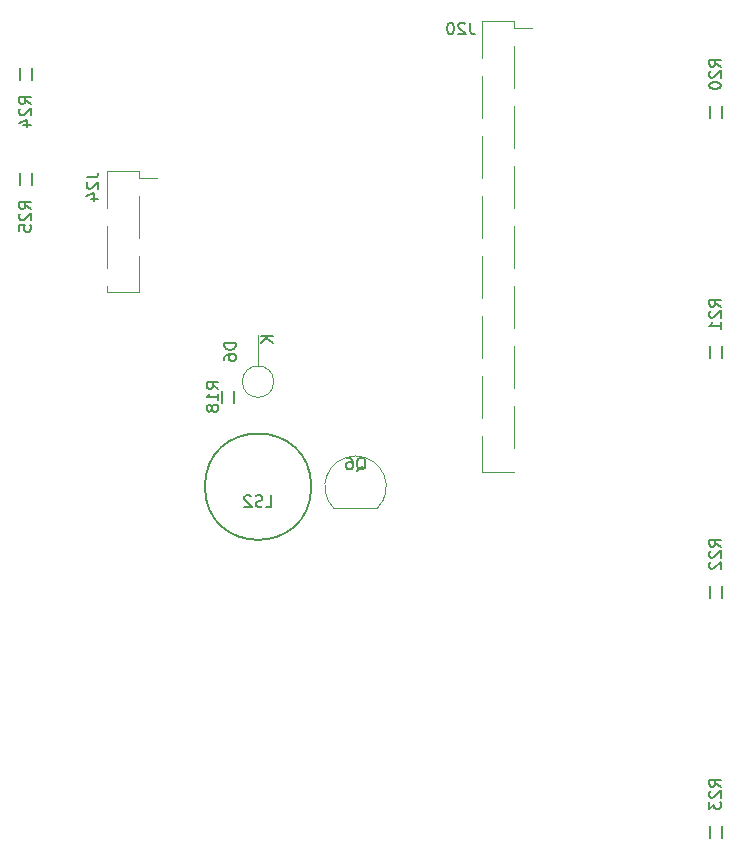
<source format=gbo>
G04 #@! TF.GenerationSoftware,KiCad,Pcbnew,(5.1.5)-3*
G04 #@! TF.CreationDate,2020-09-25T18:16:36+09:00*
G04 #@! TF.ProjectId,righthand,72696768-7468-4616-9e64-2e6b69636164,rev?*
G04 #@! TF.SameCoordinates,Original*
G04 #@! TF.FileFunction,Legend,Bot*
G04 #@! TF.FilePolarity,Positive*
%FSLAX46Y46*%
G04 Gerber Fmt 4.6, Leading zero omitted, Abs format (unit mm)*
G04 Created by KiCad (PCBNEW (5.1.5)-3) date 2020-09-25 18:16:36*
%MOMM*%
%LPD*%
G04 APERTURE LIST*
%ADD10C,0.150000*%
%ADD11C,0.120000*%
G04 APERTURE END LIST*
D10*
X155630000Y-66675000D02*
G75*
G03X155630000Y-66675000I-4500000J0D01*
G01*
D11*
X157546522Y-68513478D02*
G75*
G02X159385000Y-64075000I1838478J1838478D01*
G01*
X161223478Y-68513478D02*
G75*
G03X159385000Y-64075000I-1838478J1838478D01*
G01*
X161185000Y-68525000D02*
X157585000Y-68525000D01*
D10*
X148082000Y-58547000D02*
X148082000Y-59563000D01*
X149098000Y-59563000D02*
X149098000Y-58547000D01*
X190373000Y-35433000D02*
X190373000Y-34417000D01*
X189357000Y-34417000D02*
X189357000Y-35433000D01*
X190373000Y-55753000D02*
X190373000Y-54737000D01*
X189357000Y-54737000D02*
X189357000Y-55753000D01*
X190373000Y-76073000D02*
X190373000Y-75057000D01*
X189357000Y-75057000D02*
X189357000Y-76073000D01*
X190373000Y-96393000D02*
X190373000Y-95377000D01*
X189357000Y-95377000D02*
X189357000Y-96393000D01*
X130937000Y-31242000D02*
X130937000Y-32258000D01*
X131953000Y-32258000D02*
X131953000Y-31242000D01*
X130937000Y-40132000D02*
X130937000Y-41148000D01*
X131953000Y-41148000D02*
X131953000Y-40132000D01*
D11*
X172780000Y-59815000D02*
X172780000Y-63375000D01*
X172780000Y-54735000D02*
X172780000Y-58295000D01*
X172780000Y-49655000D02*
X172780000Y-53215000D01*
X172780000Y-44575000D02*
X172780000Y-48135000D01*
X172780000Y-39495000D02*
X172780000Y-43055000D01*
X172780000Y-34415000D02*
X172780000Y-37975000D01*
X172780000Y-29335000D02*
X172780000Y-32895000D01*
X170120000Y-62355000D02*
X170120000Y-65465000D01*
X170120000Y-57275000D02*
X170120000Y-60835000D01*
X170120000Y-52195000D02*
X170120000Y-55755000D01*
X170120000Y-47115000D02*
X170120000Y-50675000D01*
X170120000Y-42035000D02*
X170120000Y-45595000D01*
X170120000Y-36955000D02*
X170120000Y-40515000D01*
X170120000Y-31875000D02*
X170120000Y-35435000D01*
X170120000Y-64895000D02*
X170120000Y-65465000D01*
X172780000Y-27245000D02*
X172780000Y-27815000D01*
X172780000Y-27815000D02*
X174300000Y-27815000D01*
X170120000Y-27245000D02*
X170120000Y-30355000D01*
X172780000Y-65465000D02*
X170120000Y-65465000D01*
X172780000Y-27245000D02*
X170120000Y-27245000D01*
X141030000Y-47115000D02*
X141030000Y-50225000D01*
X141030000Y-42035000D02*
X141030000Y-45595000D01*
X138370000Y-44575000D02*
X138370000Y-48135000D01*
X138370000Y-49655000D02*
X138370000Y-50225000D01*
X141030000Y-39945000D02*
X141030000Y-40515000D01*
X141030000Y-40515000D02*
X142550000Y-40515000D01*
X138370000Y-39945000D02*
X138370000Y-43055000D01*
X141030000Y-50225000D02*
X138370000Y-50225000D01*
X141030000Y-39945000D02*
X138370000Y-39945000D01*
X151130000Y-56458629D02*
X151130000Y-53805000D01*
X152456371Y-57785000D02*
G75*
G03X152456371Y-57785000I-1326371J0D01*
G01*
D10*
X151772857Y-68397380D02*
X152249047Y-68397380D01*
X152249047Y-67397380D01*
X151487142Y-68349761D02*
X151344285Y-68397380D01*
X151106190Y-68397380D01*
X151010952Y-68349761D01*
X150963333Y-68302142D01*
X150915714Y-68206904D01*
X150915714Y-68111666D01*
X150963333Y-68016428D01*
X151010952Y-67968809D01*
X151106190Y-67921190D01*
X151296666Y-67873571D01*
X151391904Y-67825952D01*
X151439523Y-67778333D01*
X151487142Y-67683095D01*
X151487142Y-67587857D01*
X151439523Y-67492619D01*
X151391904Y-67445000D01*
X151296666Y-67397380D01*
X151058571Y-67397380D01*
X150915714Y-67445000D01*
X150534761Y-67492619D02*
X150487142Y-67445000D01*
X150391904Y-67397380D01*
X150153809Y-67397380D01*
X150058571Y-67445000D01*
X150010952Y-67492619D01*
X149963333Y-67587857D01*
X149963333Y-67683095D01*
X150010952Y-67825952D01*
X150582380Y-68397380D01*
X149963333Y-68397380D01*
X159480238Y-65317619D02*
X159575476Y-65270000D01*
X159670714Y-65174761D01*
X159813571Y-65031904D01*
X159908809Y-64984285D01*
X160004047Y-64984285D01*
X159956428Y-65222380D02*
X160051666Y-65174761D01*
X160146904Y-65079523D01*
X160194523Y-64889047D01*
X160194523Y-64555714D01*
X160146904Y-64365238D01*
X160051666Y-64270000D01*
X159956428Y-64222380D01*
X159765952Y-64222380D01*
X159670714Y-64270000D01*
X159575476Y-64365238D01*
X159527857Y-64555714D01*
X159527857Y-64889047D01*
X159575476Y-65079523D01*
X159670714Y-65174761D01*
X159765952Y-65222380D01*
X159956428Y-65222380D01*
X158670714Y-64222380D02*
X158861190Y-64222380D01*
X158956428Y-64270000D01*
X159004047Y-64317619D01*
X159099285Y-64460476D01*
X159146904Y-64650952D01*
X159146904Y-65031904D01*
X159099285Y-65127142D01*
X159051666Y-65174761D01*
X158956428Y-65222380D01*
X158765952Y-65222380D01*
X158670714Y-65174761D01*
X158623095Y-65127142D01*
X158575476Y-65031904D01*
X158575476Y-64793809D01*
X158623095Y-64698571D01*
X158670714Y-64650952D01*
X158765952Y-64603333D01*
X158956428Y-64603333D01*
X159051666Y-64650952D01*
X159099285Y-64698571D01*
X159146904Y-64793809D01*
X147772380Y-58412142D02*
X147296190Y-58078809D01*
X147772380Y-57840714D02*
X146772380Y-57840714D01*
X146772380Y-58221666D01*
X146820000Y-58316904D01*
X146867619Y-58364523D01*
X146962857Y-58412142D01*
X147105714Y-58412142D01*
X147200952Y-58364523D01*
X147248571Y-58316904D01*
X147296190Y-58221666D01*
X147296190Y-57840714D01*
X147772380Y-59364523D02*
X147772380Y-58793095D01*
X147772380Y-59078809D02*
X146772380Y-59078809D01*
X146915238Y-58983571D01*
X147010476Y-58888333D01*
X147058095Y-58793095D01*
X147200952Y-59935952D02*
X147153333Y-59840714D01*
X147105714Y-59793095D01*
X147010476Y-59745476D01*
X146962857Y-59745476D01*
X146867619Y-59793095D01*
X146820000Y-59840714D01*
X146772380Y-59935952D01*
X146772380Y-60126428D01*
X146820000Y-60221666D01*
X146867619Y-60269285D01*
X146962857Y-60316904D01*
X147010476Y-60316904D01*
X147105714Y-60269285D01*
X147153333Y-60221666D01*
X147200952Y-60126428D01*
X147200952Y-59935952D01*
X147248571Y-59840714D01*
X147296190Y-59793095D01*
X147391428Y-59745476D01*
X147581904Y-59745476D01*
X147677142Y-59793095D01*
X147724761Y-59840714D01*
X147772380Y-59935952D01*
X147772380Y-60126428D01*
X147724761Y-60221666D01*
X147677142Y-60269285D01*
X147581904Y-60316904D01*
X147391428Y-60316904D01*
X147296190Y-60269285D01*
X147248571Y-60221666D01*
X147200952Y-60126428D01*
X190317380Y-31107142D02*
X189841190Y-30773809D01*
X190317380Y-30535714D02*
X189317380Y-30535714D01*
X189317380Y-30916666D01*
X189365000Y-31011904D01*
X189412619Y-31059523D01*
X189507857Y-31107142D01*
X189650714Y-31107142D01*
X189745952Y-31059523D01*
X189793571Y-31011904D01*
X189841190Y-30916666D01*
X189841190Y-30535714D01*
X189412619Y-31488095D02*
X189365000Y-31535714D01*
X189317380Y-31630952D01*
X189317380Y-31869047D01*
X189365000Y-31964285D01*
X189412619Y-32011904D01*
X189507857Y-32059523D01*
X189603095Y-32059523D01*
X189745952Y-32011904D01*
X190317380Y-31440476D01*
X190317380Y-32059523D01*
X189317380Y-32678571D02*
X189317380Y-32773809D01*
X189365000Y-32869047D01*
X189412619Y-32916666D01*
X189507857Y-32964285D01*
X189698333Y-33011904D01*
X189936428Y-33011904D01*
X190126904Y-32964285D01*
X190222142Y-32916666D01*
X190269761Y-32869047D01*
X190317380Y-32773809D01*
X190317380Y-32678571D01*
X190269761Y-32583333D01*
X190222142Y-32535714D01*
X190126904Y-32488095D01*
X189936428Y-32440476D01*
X189698333Y-32440476D01*
X189507857Y-32488095D01*
X189412619Y-32535714D01*
X189365000Y-32583333D01*
X189317380Y-32678571D01*
X190317380Y-51427142D02*
X189841190Y-51093809D01*
X190317380Y-50855714D02*
X189317380Y-50855714D01*
X189317380Y-51236666D01*
X189365000Y-51331904D01*
X189412619Y-51379523D01*
X189507857Y-51427142D01*
X189650714Y-51427142D01*
X189745952Y-51379523D01*
X189793571Y-51331904D01*
X189841190Y-51236666D01*
X189841190Y-50855714D01*
X189412619Y-51808095D02*
X189365000Y-51855714D01*
X189317380Y-51950952D01*
X189317380Y-52189047D01*
X189365000Y-52284285D01*
X189412619Y-52331904D01*
X189507857Y-52379523D01*
X189603095Y-52379523D01*
X189745952Y-52331904D01*
X190317380Y-51760476D01*
X190317380Y-52379523D01*
X190317380Y-53331904D02*
X190317380Y-52760476D01*
X190317380Y-53046190D02*
X189317380Y-53046190D01*
X189460238Y-52950952D01*
X189555476Y-52855714D01*
X189603095Y-52760476D01*
X190317380Y-71747142D02*
X189841190Y-71413809D01*
X190317380Y-71175714D02*
X189317380Y-71175714D01*
X189317380Y-71556666D01*
X189365000Y-71651904D01*
X189412619Y-71699523D01*
X189507857Y-71747142D01*
X189650714Y-71747142D01*
X189745952Y-71699523D01*
X189793571Y-71651904D01*
X189841190Y-71556666D01*
X189841190Y-71175714D01*
X189412619Y-72128095D02*
X189365000Y-72175714D01*
X189317380Y-72270952D01*
X189317380Y-72509047D01*
X189365000Y-72604285D01*
X189412619Y-72651904D01*
X189507857Y-72699523D01*
X189603095Y-72699523D01*
X189745952Y-72651904D01*
X190317380Y-72080476D01*
X190317380Y-72699523D01*
X189412619Y-73080476D02*
X189365000Y-73128095D01*
X189317380Y-73223333D01*
X189317380Y-73461428D01*
X189365000Y-73556666D01*
X189412619Y-73604285D01*
X189507857Y-73651904D01*
X189603095Y-73651904D01*
X189745952Y-73604285D01*
X190317380Y-73032857D01*
X190317380Y-73651904D01*
X190317380Y-92067142D02*
X189841190Y-91733809D01*
X190317380Y-91495714D02*
X189317380Y-91495714D01*
X189317380Y-91876666D01*
X189365000Y-91971904D01*
X189412619Y-92019523D01*
X189507857Y-92067142D01*
X189650714Y-92067142D01*
X189745952Y-92019523D01*
X189793571Y-91971904D01*
X189841190Y-91876666D01*
X189841190Y-91495714D01*
X189412619Y-92448095D02*
X189365000Y-92495714D01*
X189317380Y-92590952D01*
X189317380Y-92829047D01*
X189365000Y-92924285D01*
X189412619Y-92971904D01*
X189507857Y-93019523D01*
X189603095Y-93019523D01*
X189745952Y-92971904D01*
X190317380Y-92400476D01*
X190317380Y-93019523D01*
X189317380Y-93352857D02*
X189317380Y-93971904D01*
X189698333Y-93638571D01*
X189698333Y-93781428D01*
X189745952Y-93876666D01*
X189793571Y-93924285D01*
X189888809Y-93971904D01*
X190126904Y-93971904D01*
X190222142Y-93924285D01*
X190269761Y-93876666D01*
X190317380Y-93781428D01*
X190317380Y-93495714D01*
X190269761Y-93400476D01*
X190222142Y-93352857D01*
X131897380Y-34282142D02*
X131421190Y-33948809D01*
X131897380Y-33710714D02*
X130897380Y-33710714D01*
X130897380Y-34091666D01*
X130945000Y-34186904D01*
X130992619Y-34234523D01*
X131087857Y-34282142D01*
X131230714Y-34282142D01*
X131325952Y-34234523D01*
X131373571Y-34186904D01*
X131421190Y-34091666D01*
X131421190Y-33710714D01*
X130992619Y-34663095D02*
X130945000Y-34710714D01*
X130897380Y-34805952D01*
X130897380Y-35044047D01*
X130945000Y-35139285D01*
X130992619Y-35186904D01*
X131087857Y-35234523D01*
X131183095Y-35234523D01*
X131325952Y-35186904D01*
X131897380Y-34615476D01*
X131897380Y-35234523D01*
X131230714Y-36091666D02*
X131897380Y-36091666D01*
X130849761Y-35853571D02*
X131564047Y-35615476D01*
X131564047Y-36234523D01*
X131897380Y-43172142D02*
X131421190Y-42838809D01*
X131897380Y-42600714D02*
X130897380Y-42600714D01*
X130897380Y-42981666D01*
X130945000Y-43076904D01*
X130992619Y-43124523D01*
X131087857Y-43172142D01*
X131230714Y-43172142D01*
X131325952Y-43124523D01*
X131373571Y-43076904D01*
X131421190Y-42981666D01*
X131421190Y-42600714D01*
X130992619Y-43553095D02*
X130945000Y-43600714D01*
X130897380Y-43695952D01*
X130897380Y-43934047D01*
X130945000Y-44029285D01*
X130992619Y-44076904D01*
X131087857Y-44124523D01*
X131183095Y-44124523D01*
X131325952Y-44076904D01*
X131897380Y-43505476D01*
X131897380Y-44124523D01*
X130897380Y-45029285D02*
X130897380Y-44553095D01*
X131373571Y-44505476D01*
X131325952Y-44553095D01*
X131278333Y-44648333D01*
X131278333Y-44886428D01*
X131325952Y-44981666D01*
X131373571Y-45029285D01*
X131468809Y-45076904D01*
X131706904Y-45076904D01*
X131802142Y-45029285D01*
X131849761Y-44981666D01*
X131897380Y-44886428D01*
X131897380Y-44648333D01*
X131849761Y-44553095D01*
X131802142Y-44505476D01*
X169084523Y-27392380D02*
X169084523Y-28106666D01*
X169132142Y-28249523D01*
X169227380Y-28344761D01*
X169370238Y-28392380D01*
X169465476Y-28392380D01*
X168655952Y-27487619D02*
X168608333Y-27440000D01*
X168513095Y-27392380D01*
X168275000Y-27392380D01*
X168179761Y-27440000D01*
X168132142Y-27487619D01*
X168084523Y-27582857D01*
X168084523Y-27678095D01*
X168132142Y-27820952D01*
X168703571Y-28392380D01*
X168084523Y-28392380D01*
X167465476Y-27392380D02*
X167370238Y-27392380D01*
X167275000Y-27440000D01*
X167227380Y-27487619D01*
X167179761Y-27582857D01*
X167132142Y-27773333D01*
X167132142Y-28011428D01*
X167179761Y-28201904D01*
X167227380Y-28297142D01*
X167275000Y-28344761D01*
X167370238Y-28392380D01*
X167465476Y-28392380D01*
X167560714Y-28344761D01*
X167608333Y-28297142D01*
X167655952Y-28201904D01*
X167703571Y-28011428D01*
X167703571Y-27773333D01*
X167655952Y-27582857D01*
X167608333Y-27487619D01*
X167560714Y-27440000D01*
X167465476Y-27392380D01*
X136612380Y-40465476D02*
X137326666Y-40465476D01*
X137469523Y-40417857D01*
X137564761Y-40322619D01*
X137612380Y-40179761D01*
X137612380Y-40084523D01*
X136707619Y-40894047D02*
X136660000Y-40941666D01*
X136612380Y-41036904D01*
X136612380Y-41275000D01*
X136660000Y-41370238D01*
X136707619Y-41417857D01*
X136802857Y-41465476D01*
X136898095Y-41465476D01*
X137040952Y-41417857D01*
X137612380Y-40846428D01*
X137612380Y-41465476D01*
X136945714Y-42322619D02*
X137612380Y-42322619D01*
X136564761Y-42084523D02*
X137279047Y-41846428D01*
X137279047Y-42465476D01*
X149256009Y-54506904D02*
X148256009Y-54506904D01*
X148256009Y-54745000D01*
X148303629Y-54887857D01*
X148398867Y-54983095D01*
X148494105Y-55030714D01*
X148684581Y-55078333D01*
X148827438Y-55078333D01*
X149017914Y-55030714D01*
X149113152Y-54983095D01*
X149208390Y-54887857D01*
X149256009Y-54745000D01*
X149256009Y-54506904D01*
X148256009Y-55935476D02*
X148256009Y-55745000D01*
X148303629Y-55649761D01*
X148351248Y-55602142D01*
X148494105Y-55506904D01*
X148684581Y-55459285D01*
X149065533Y-55459285D01*
X149160771Y-55506904D01*
X149208390Y-55554523D01*
X149256009Y-55649761D01*
X149256009Y-55840238D01*
X149208390Y-55935476D01*
X149160771Y-55983095D01*
X149065533Y-56030714D01*
X148827438Y-56030714D01*
X148732200Y-55983095D01*
X148684581Y-55935476D01*
X148636962Y-55840238D01*
X148636962Y-55649761D01*
X148684581Y-55554523D01*
X148732200Y-55506904D01*
X148827438Y-55459285D01*
X152382380Y-53943095D02*
X151382380Y-53943095D01*
X152382380Y-54514523D02*
X151810952Y-54085952D01*
X151382380Y-54514523D02*
X151953809Y-53943095D01*
M02*

</source>
